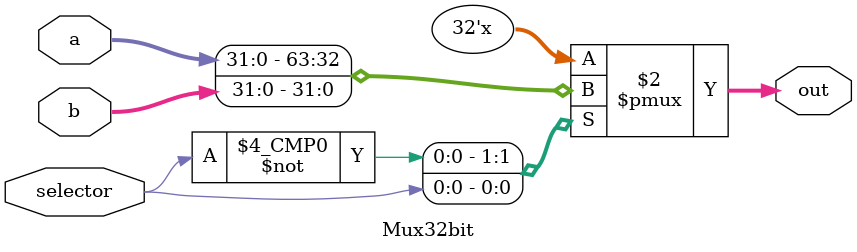
<source format=v>

module Mux32bit( input [31:0] a,
            input [31:0] b,
            input selector,
            output reg [31:0] out
   );

   always @ (a or b or selector) 
   begin
      case (selector)
         1'b0 : out <= a;
         1'b1 : out <= b;
      endcase
   end
   
endmodule
</source>
